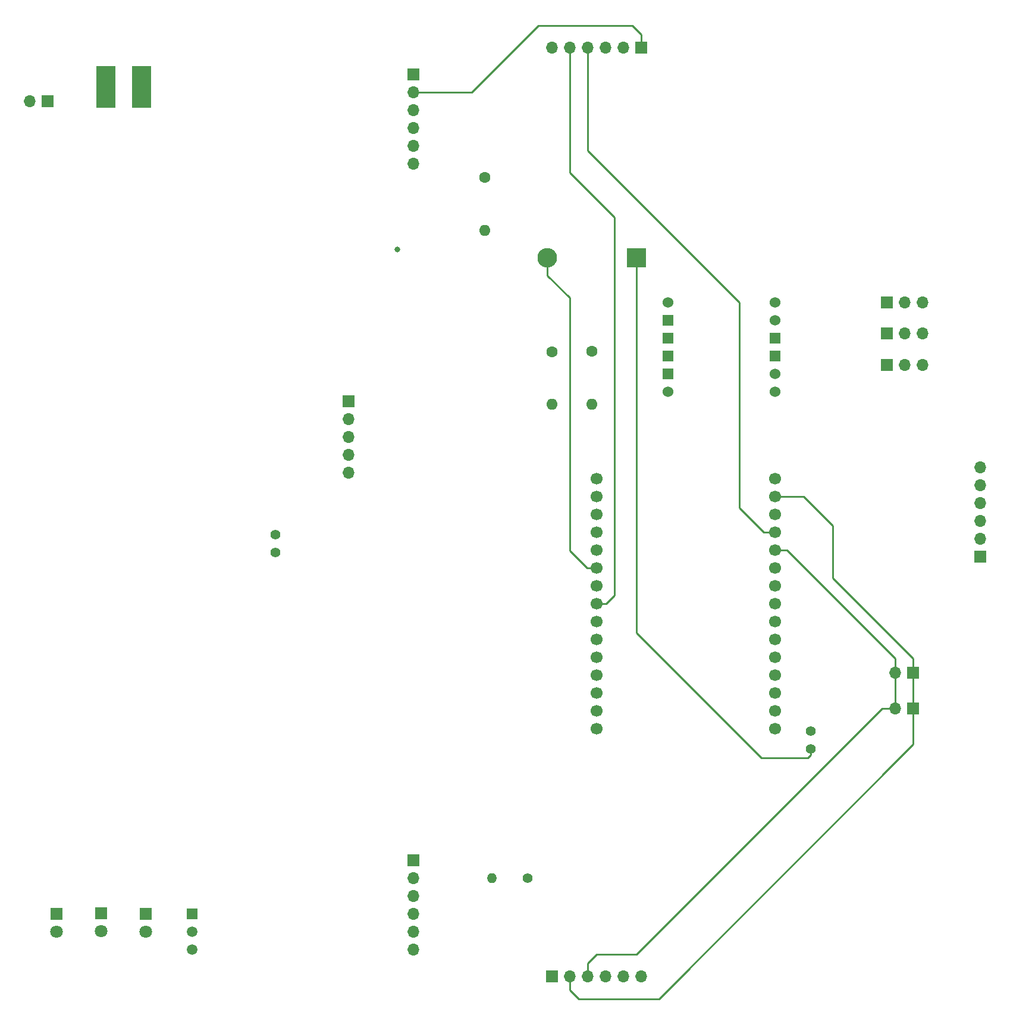
<source format=gbr>
%TF.GenerationSoftware,KiCad,Pcbnew,6.0.2+dfsg-1*%
%TF.CreationDate,2025-04-12T20:02:46+02:00*%
%TF.ProjectId,Placa base v1.0,506c6163-6120-4626-9173-652076312e30,rev?*%
%TF.SameCoordinates,Original*%
%TF.FileFunction,Copper,L2,Inr*%
%TF.FilePolarity,Positive*%
%FSLAX46Y46*%
G04 Gerber Fmt 4.6, Leading zero omitted, Abs format (unit mm)*
G04 Created by KiCad (PCBNEW 6.0.2+dfsg-1) date 2025-04-12 20:02:46*
%MOMM*%
%LPD*%
G01*
G04 APERTURE LIST*
%TA.AperFunction,ComponentPad*%
%ADD10C,1.400000*%
%TD*%
%TA.AperFunction,ComponentPad*%
%ADD11R,2.700000X6.000000*%
%TD*%
%TA.AperFunction,ComponentPad*%
%ADD12R,1.700000X1.700000*%
%TD*%
%TA.AperFunction,ComponentPad*%
%ADD13O,1.700000X1.700000*%
%TD*%
%TA.AperFunction,ComponentPad*%
%ADD14R,1.500000X1.500000*%
%TD*%
%TA.AperFunction,ComponentPad*%
%ADD15C,1.500000*%
%TD*%
%TA.AperFunction,ComponentPad*%
%ADD16C,1.524000*%
%TD*%
%TA.AperFunction,ComponentPad*%
%ADD17R,1.524000X1.524000*%
%TD*%
%TA.AperFunction,ComponentPad*%
%ADD18C,1.700000*%
%TD*%
%TA.AperFunction,ComponentPad*%
%ADD19C,1.600000*%
%TD*%
%TA.AperFunction,ComponentPad*%
%ADD20O,1.600000X1.600000*%
%TD*%
%TA.AperFunction,ComponentPad*%
%ADD21R,1.800000X1.800000*%
%TD*%
%TA.AperFunction,ComponentPad*%
%ADD22C,1.800000*%
%TD*%
%TA.AperFunction,ComponentPad*%
%ADD23R,2.800000X2.800000*%
%TD*%
%TA.AperFunction,ComponentPad*%
%ADD24O,2.800000X2.800000*%
%TD*%
%TA.AperFunction,ComponentPad*%
%ADD25O,1.400000X1.400000*%
%TD*%
%TA.AperFunction,ViaPad*%
%ADD26C,0.800000*%
%TD*%
%TA.AperFunction,Conductor*%
%ADD27C,0.250000*%
%TD*%
G04 APERTURE END LIST*
D10*
%TO.N,+5V*%
%TO.C,JP1*%
X77470000Y-109855000D03*
%TO.N,Net-(JP1-Pad2)*%
X77470000Y-107315000D03*
%TD*%
D11*
%TO.N,+BATT*%
%TO.C,SW1*%
X53340000Y-43688000D03*
%TO.N,VCC*%
X58420000Y-43688000D03*
%TD*%
D12*
%TO.N,/M_RIGHT+*%
%TO.C,J1*%
X97155000Y-153670000D03*
D13*
%TO.N,GND*%
X97155000Y-156210000D03*
%TO.N,/ENC_RIGHT_A*%
X97155000Y-158750000D03*
%TO.N,/ENC_RIGHT_B*%
X97155000Y-161290000D03*
%TO.N,+3V3*%
X97155000Y-163830000D03*
%TO.N,/M_RIGHT-*%
X97155000Y-166370000D03*
%TD*%
D12*
%TO.N,GND*%
%TO.C,J9*%
X164480000Y-74295000D03*
D13*
X167020000Y-74295000D03*
X169560000Y-74295000D03*
%TD*%
D12*
%TO.N,+5V*%
%TO.C,J7*%
X164480000Y-83185000D03*
D13*
X167020000Y-83185000D03*
X169560000Y-83185000D03*
%TD*%
D14*
%TO.N,Net-(D3-Pad1)*%
%TO.C,Q2*%
X65590000Y-161280000D03*
D15*
%TO.N,/Vce*%
X65590000Y-163820000D03*
%TO.N,GND*%
X65590000Y-166360000D03*
%TD*%
D16*
%TO.N,+5V*%
%TO.C,U2*%
X133350000Y-74295000D03*
D17*
%TO.N,/M_LEFT+*%
X133350000Y-76835000D03*
%TO.N,/M_LEFT-*%
X133350000Y-79375000D03*
%TO.N,/M_RIGHT+*%
X133350000Y-81915000D03*
%TO.N,/M_RIGHT-*%
X133350000Y-84455000D03*
D16*
%TO.N,unconnected-(U2-Pad6)*%
X133350000Y-86995000D03*
%TO.N,/PWM_RIGHT+*%
X148590000Y-86995000D03*
%TO.N,/PWM_RIGHT-*%
X148590000Y-84455000D03*
D17*
%TO.N,+5V*%
X148590000Y-81915000D03*
%TO.N,GNDA*%
X148590000Y-79375000D03*
D16*
%TO.N,/PWM_LEFT+*%
X148590000Y-76835000D03*
%TO.N,/PWM_LEFT-*%
X148590000Y-74295000D03*
%TD*%
D18*
%TO.N,unconnected-(U4-Pad1)*%
%TO.C,U4*%
X123190000Y-99360000D03*
%TO.N,/ENC_LEFT_A*%
X123190000Y-101900000D03*
%TO.N,/ENC_LEFT_B*%
X123190000Y-104440000D03*
%TO.N,/ENC_RIGHT_A*%
X123190000Y-106980000D03*
%TO.N,/ENC_RIGHT_B*%
X123190000Y-109520000D03*
%TO.N,/BATTERY_CURRENT*%
X123190000Y-112060000D03*
%TO.N,/BATTERY_VOLTAGE*%
X123190000Y-114600000D03*
%TO.N,/XSHUT_L*%
X123190000Y-117140000D03*
%TO.N,/XSHUT_C*%
X123190000Y-119680000D03*
%TO.N,/XSHUT_R*%
X123190000Y-122220000D03*
%TO.N,/PWM_LEFT-*%
X123190000Y-124760000D03*
%TO.N,unconnected-(U4-Pad12)*%
X123190000Y-127300000D03*
%TO.N,/PWM_LEFT+*%
X123190000Y-129840000D03*
%TO.N,GND*%
X123190000Y-132380000D03*
%TO.N,+5V*%
X123190000Y-134920000D03*
%TO.N,Net-(JP2-Pad1)*%
X148590000Y-134920000D03*
%TO.N,GND*%
X148590000Y-132380000D03*
%TO.N,unconnected-(U4-Pad18)*%
X148590000Y-129840000D03*
%TO.N,unconnected-(U4-Pad19)*%
X148590000Y-127300000D03*
%TO.N,/GPIO1_R*%
X148590000Y-124760000D03*
%TO.N,unconnected-(U4-Pad21)*%
X148590000Y-122220000D03*
%TO.N,unconnected-(U4-Pad22)*%
X148590000Y-119680000D03*
%TO.N,unconnected-(U4-Pad23)*%
X148590000Y-117140000D03*
%TO.N,/PWM_RIGHT+*%
X148590000Y-114600000D03*
%TO.N,/PWM_RIGHT-*%
X148590000Y-112060000D03*
%TO.N,/SDA*%
X148590000Y-109520000D03*
%TO.N,/GPIO1_L*%
X148590000Y-106980000D03*
%TO.N,unconnected-(U4-Pad28)*%
X148590000Y-104440000D03*
%TO.N,/SCL*%
X148590000Y-101900000D03*
%TO.N,/GPIO1_C*%
X148590000Y-99360000D03*
%TD*%
D12*
%TO.N,+BATT*%
%TO.C,J_Batt1*%
X45090000Y-45720000D03*
D13*
%TO.N,GNDA*%
X42550000Y-45720000D03*
%TD*%
D10*
%TO.N,Net-(JP2-Pad1)*%
%TO.C,JP2*%
X153670000Y-135275000D03*
%TO.N,+3V3*%
X153670000Y-137815000D03*
%TD*%
D12*
%TO.N,+3V3*%
%TO.C,J8*%
X164480000Y-78740000D03*
D13*
X167020000Y-78740000D03*
X169560000Y-78740000D03*
%TD*%
D19*
%TO.N,Net-(C3-Pad1)*%
%TO.C,C4*%
X122555000Y-81280000D03*
D20*
%TO.N,GND*%
X122555000Y-88780000D03*
%TD*%
D12*
%TO.N,/SCL*%
%TO.C,J_I2C_2*%
X168255000Y-127000000D03*
D13*
%TO.N,/SDA*%
X165715000Y-127000000D03*
%TD*%
D12*
%TO.N,+3V3*%
%TO.C,J4*%
X129540000Y-38100000D03*
D13*
%TO.N,/SCL*%
X127000000Y-38100000D03*
%TO.N,/SDA*%
X124460000Y-38100000D03*
%TO.N,/GPIO1_L*%
X121920000Y-38100000D03*
%TO.N,/XSHUT_L*%
X119380000Y-38100000D03*
%TO.N,GND*%
X116840000Y-38100000D03*
%TD*%
D21*
%TO.N,GND*%
%TO.C,D2*%
X52705000Y-161158000D03*
D22*
%TO.N,Net-(D2-Pad2)*%
X52705000Y-163698000D03*
%TD*%
D23*
%TO.N,+3V3*%
%TO.C,Bat49*%
X128905000Y-67945000D03*
D24*
%TO.N,/BATTERY_CURRENT*%
X116205000Y-67945000D03*
%TD*%
D21*
%TO.N,Net-(D3-Pad1)*%
%TO.C,D3*%
X59055000Y-161285000D03*
D22*
%TO.N,Net-(D3-Pad2)*%
X59055000Y-163825000D03*
%TD*%
D10*
%TO.N,GND*%
%TO.C,R0*%
X113361000Y-156210000D03*
D25*
%TO.N,GNDA*%
X108281000Y-156210000D03*
%TD*%
D12*
%TO.N,/SCL*%
%TO.C,J_I2C_1*%
X168255000Y-132105000D03*
D13*
%TO.N,/SDA*%
X165715000Y-132105000D03*
%TD*%
D19*
%TO.N,GND*%
%TO.C,C2*%
X107315000Y-56575000D03*
D20*
%TO.N,+5V*%
X107315000Y-64075000D03*
%TD*%
D12*
%TO.N,/M_LEFT+*%
%TO.C,J2*%
X97155000Y-41910000D03*
D13*
%TO.N,+3V3*%
X97155000Y-44450000D03*
%TO.N,/ENC_LEFT_A*%
X97155000Y-46990000D03*
%TO.N,/ENC_LEFT_B*%
X97155000Y-49530000D03*
%TO.N,GND*%
X97155000Y-52070000D03*
%TO.N,/M_LEFT-*%
X97155000Y-54610000D03*
%TD*%
D12*
%TO.N,VDC*%
%TO.C,J_DC-DC1*%
X87884000Y-88392000D03*
D13*
%TO.N,GNDA*%
X87884000Y-90932000D03*
%TO.N,/Vbe*%
X87884000Y-93472000D03*
%TO.N,/Vce*%
X87884000Y-96012000D03*
%TO.N,Net-(JP1-Pad2)*%
X87884000Y-98552000D03*
%TD*%
D12*
%TO.N,+3V3*%
%TO.C,J6*%
X116840000Y-170180000D03*
D13*
%TO.N,/SCL*%
X119380000Y-170180000D03*
%TO.N,/SDA*%
X121920000Y-170180000D03*
%TO.N,/GPIO1_R*%
X124460000Y-170180000D03*
%TO.N,/XSHUT_R*%
X127000000Y-170180000D03*
%TO.N,GND*%
X129540000Y-170180000D03*
%TD*%
D19*
%TO.N,Net-(C3-Pad1)*%
%TO.C,C3*%
X116840000Y-81340000D03*
D20*
%TO.N,GND*%
X116840000Y-88840000D03*
%TD*%
D12*
%TO.N,+3V3*%
%TO.C,J5*%
X177800000Y-110490000D03*
D13*
%TO.N,/SCL*%
X177800000Y-107950000D03*
%TO.N,/SDA*%
X177800000Y-105410000D03*
%TO.N,/GPIO1_C*%
X177800000Y-102870000D03*
%TO.N,/XSHUT_C*%
X177800000Y-100330000D03*
%TO.N,GND*%
X177800000Y-97790000D03*
%TD*%
D21*
%TO.N,GND*%
%TO.C,D1*%
X46355000Y-161290000D03*
D22*
%TO.N,Net-(D1-Pad2)*%
X46355000Y-163830000D03*
%TD*%
D26*
%TO.N,/BATTERY_VOLTAGE*%
X94869000Y-66802000D03*
%TD*%
D27*
%TO.N,+3V3*%
X128270000Y-34925000D02*
X129540000Y-36195000D01*
X97155000Y-44450000D02*
X105410000Y-44450000D01*
X128905000Y-67945000D02*
X128905000Y-121285000D01*
X153670000Y-138684000D02*
X153670000Y-137815000D01*
X105410000Y-44450000D02*
X114935000Y-34925000D01*
X128905000Y-121285000D02*
X146685000Y-139065000D01*
X146685000Y-139065000D02*
X153289000Y-139065000D01*
X114935000Y-34925000D02*
X128270000Y-34925000D01*
X153289000Y-139065000D02*
X153670000Y-138684000D01*
X129540000Y-36195000D02*
X129540000Y-38100000D01*
%TO.N,/GPIO1_L*%
X121920000Y-52705000D02*
X121920000Y-38100000D01*
X146985000Y-106980000D02*
X143510000Y-103505000D01*
X143510000Y-74295000D02*
X121920000Y-52705000D01*
X143510000Y-103505000D02*
X143510000Y-74295000D01*
X148590000Y-106980000D02*
X146985000Y-106980000D01*
%TO.N,/SDA*%
X163830000Y-132080000D02*
X128905000Y-167005000D01*
X123190000Y-167005000D02*
X121920000Y-168275000D01*
X121920000Y-168275000D02*
X121920000Y-170180000D01*
X165715000Y-132105000D02*
X163855000Y-132105000D01*
X128905000Y-167005000D02*
X123190000Y-167005000D01*
X163855000Y-132105000D02*
X163830000Y-132080000D01*
X165715000Y-124948000D02*
X165715000Y-127000000D01*
X165715000Y-127000000D02*
X165715000Y-132105000D01*
X148590000Y-109520000D02*
X150287000Y-109520000D01*
X150287000Y-109520000D02*
X165715000Y-124948000D01*
%TO.N,/SCL*%
X168255000Y-124948000D02*
X156845000Y-113538000D01*
X119380000Y-172085000D02*
X119380000Y-170180000D01*
X120650000Y-173355000D02*
X119380000Y-172085000D01*
X168255000Y-127000000D02*
X168255000Y-132105000D01*
X168255000Y-137180000D02*
X132080000Y-173355000D01*
X156845000Y-106045000D02*
X155575000Y-104775000D01*
X168255000Y-127000000D02*
X168255000Y-124948000D01*
X156845000Y-107315000D02*
X156845000Y-106045000D01*
X156845000Y-113538000D02*
X156845000Y-107315000D01*
X132080000Y-173355000D02*
X120650000Y-173355000D01*
X168255000Y-132105000D02*
X168255000Y-137180000D01*
X152700000Y-101900000D02*
X148590000Y-101900000D01*
X155575000Y-104775000D02*
X152700000Y-101900000D01*
%TO.N,/XSHUT_L*%
X119380000Y-55880000D02*
X119380000Y-38100000D01*
X125730000Y-62230000D02*
X119380000Y-55880000D01*
X124541000Y-117140000D02*
X125730000Y-115951000D01*
X123190000Y-117140000D02*
X124541000Y-117140000D01*
X125730000Y-115951000D02*
X125730000Y-62230000D01*
%TO.N,/BATTERY_CURRENT*%
X116205000Y-70485000D02*
X119380000Y-73660000D01*
X119380000Y-109601000D02*
X121839000Y-112060000D01*
X121839000Y-112060000D02*
X123190000Y-112060000D01*
X119380000Y-73660000D02*
X119380000Y-109601000D01*
X116205000Y-67945000D02*
X116205000Y-70485000D01*
%TD*%
M02*

</source>
